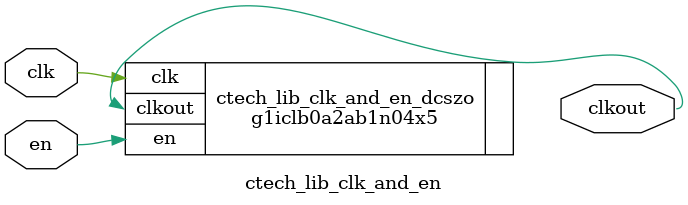
<source format=sv>

module ctech_lib_clk_and_en (
   output logic clkout,
   input logic clk,
   input logic en );

   g1iclb0a2ab1n04x5 ctech_lib_clk_and_en_dcszo (.clkout(clkout), .clk(clk), .en(en));

endmodule // ctech_lib_clk_and_en

</source>
